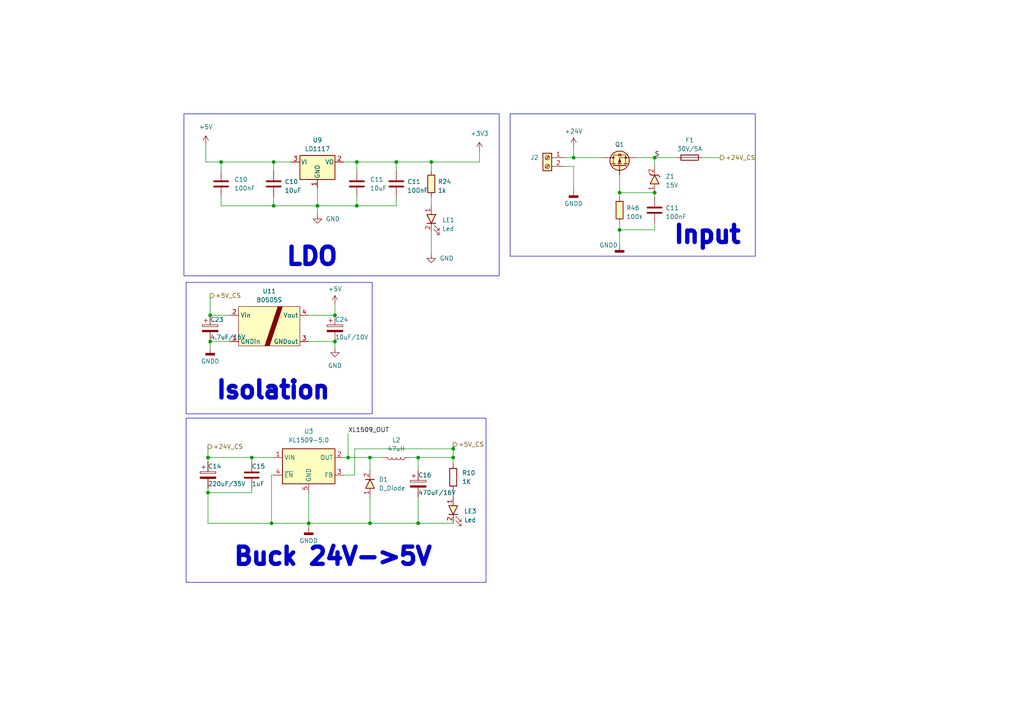
<source format=kicad_sch>
(kicad_sch (version 20230121) (generator eeschema)
  (paper "A4")
  (lib_symbols
    (symbol "Connector:Screw_Terminal_01x02" (pin_names (offset 1.016) hide)
      (property "Reference" "J" (at 0 2.54 0))
      (property "Value" "Screw_Terminal_01x02" (at 0 -5.08 0))
      (symbol "Screw_Terminal_01x02_1_1"
        (rectangle (start -1.27 1.27) (end 1.27 -3.81) (stroke (width 0.254)) (fill (type background)))
        (circle (center 0 -2.54) (radius 0.635) (stroke (width 0.1524)))
        (polyline (pts (xy -0.5334 -2.2098) (xy 0.3302 -3.048)) (stroke (width 0.1524)))
        (polyline (pts (xy -0.5334 0.3302) (xy 0.3302 -0.508)) (stroke (width 0.1524)))
        (polyline (pts (xy -0.3556 -2.032) (xy 0.508 -2.8702)) (stroke (width 0.1524)))
        (polyline (pts (xy -0.3556 0.508) (xy 0.508 -0.3302)) (stroke (width 0.1524)))
        (circle (center 0 0) (radius 0.635) (stroke (width 0.1524)))
        (pin passive line (at -5.08 0 0) (length 3.81) (name "Pin_1") (number "1"))
        (pin passive line (at -5.08 -2.54 0) (length 3.81) (name "Pin_2") (number "2"))
      )
    )
    (symbol "Device:C" (pin_numbers hide) (pin_names (offset 0.254))
      (property "Reference" "C" (at 0.635 2.54 0))
      (property "Value" "C" (at 0.635 -2.54 0))
      (symbol "C_0_1"
        (polyline (pts (xy -2.032 -0.762) (xy 2.032 -0.762)) (stroke (width 0.508)))
        (polyline (pts (xy -2.032 0.762) (xy 2.032 0.762)) (stroke (width 0.508)))
      )
      (symbol "C_1_1"
        (pin passive line (at 0 3.81 270) (length 2.794) (name "~") (number "1"))
        (pin passive line (at 0 -3.81 90) (length 2.794) (name "~") (number "2"))
      )
    )
    (symbol "Device:C_Polarized" (pin_numbers hide) (pin_names (offset 0.254))
      (property "Reference" "C" (at 0.635 2.54 0))
      (property "Value" "C_Polarized" (at 0.635 -2.54 0))
      (symbol "C_Polarized_0_1"
        (rectangle (start -2.286 0.508) (end 2.286 1.016))
        (polyline (pts (xy -1.778 2.286) (xy -0.762 2.286)))
        (polyline (pts (xy -1.27 2.794) (xy -1.27 1.778)))
        (rectangle (start 2.286 -0.508) (end -2.286 -1.016) (fill (type outline)))
      )
      (symbol "C_Polarized_1_1"
        (pin passive line (at 0 3.81 270) (length 2.794) (name "~") (number "1"))
        (pin passive line (at 0 -3.81 90) (length 2.794) (name "~") (number "2"))
      )
    )
    (symbol "Device:Fuse" (pin_numbers hide) (pin_names (offset 0))
      (property "Reference" "F" (at 2.032 0 90))
      (property "Value" "Fuse" (at -1.905 0 90))
      (symbol "Fuse_0_1"
        (rectangle (start -0.762 -2.54) (end 0.762 2.54) (stroke (width 0.254)))
        (polyline (pts (xy 0 2.54) (xy 0 -2.54)))
      )
      (symbol "Fuse_1_1"
        (pin passive line (at 0 3.81 270) (length 1.27) (name "~") (number "1"))
        (pin passive line (at 0 -3.81 90) (length 1.27) (name "~") (number "2"))
      )
    )
    (symbol "Device:L" (pin_numbers hide) (pin_names (offset 1.016) hide)
      (property "Reference" "L" (at -1.27 0 90))
      (property "Value" "L" (at 1.905 0 90))
      (symbol "L_0_1"
        (arc (start 0 -2.54) (mid 0.6323 -1.905) (end 0 -1.27))
        (arc (start 0 -1.27) (mid 0.6323 -0.635) (end 0 0))
        (arc (start 0 0) (mid 0.6323 0.635) (end 0 1.27))
        (arc (start 0 1.27) (mid 0.6323 1.905) (end 0 2.54))
      )
      (symbol "L_1_1"
        (pin passive line (at 0 3.81 270) (length 1.27) (name "1") (number "1"))
        (pin passive line (at 0 -3.81 90) (length 1.27) (name "2") (number "2"))
      )
    )
    (symbol "Device:R" (pin_numbers hide) (pin_names (offset 0))
      (property "Reference" "R" (at 2.032 0 90))
      (property "Value" "R" (at 0 0 90))
      (symbol "R_0_1"
        (rectangle (start -1.016 -2.54) (end 1.016 2.54) (stroke (width 0.254)))
      )
      (symbol "R_1_1"
        (pin passive line (at 0 3.81 270) (length 1.27) (name "~") (number "1"))
        (pin passive line (at 0 -3.81 90) (length 1.27) (name "~") (number "2"))
      )
    )
    (symbol "GND_2" (power) (pin_names (offset 0))
      (property "Value" "GND_2" (at 0 -3.81 0))
      (symbol "GND_2_0_1"
        (polyline (pts (xy 0 0) (xy 0 -1.27) (xy 1.27 -1.27) (xy 0 -2.54) (xy -1.27 -1.27) (xy 0 -1.27)))
      )
      (symbol "GND_2_1_1"
        (pin power_in line (at 0 0 270) (length 0) hide (name "GND") (number "1"))
      )
    )
    (symbol "IVS_SYMBOLS:B0505S"
      (property "Reference" "U" (at -10.16 7.62 0))
      (property "Value" "B0505S" (at 0 -7.62 0))
      (symbol "B0505S_0_1"
        (polyline (pts (xy -10.16 5.08) (xy -10.16 -6.35) (xy -2.54 -6.35) (xy 1.27 5.08) (xy -10.16 5.08)) (fill (type background)))
        (polyline (pts (xy 1.27 5.08) (xy 2.54 5.08) (xy -1.27 -6.35) (xy -2.54 -6.35) (xy 1.27 5.08)) (fill (type outline)))
        (polyline (pts (xy 2.54 5.08) (xy -1.27 -6.35) (xy 7.62 -6.35) (xy 7.62 5.08) (xy 2.54 5.08)) (fill (type background)))
      )
      (symbol "B0505S_1_1"
        (pin power_in line (at -12.7 -5.08 0) (length 2.54) (name "GNDin") (number "1"))
        (pin power_in line (at -12.7 2.54 0) (length 2.54) (name "Vin") (number "2"))
        (pin power_out line (at 10.16 -5.08 180) (length 2.54) (name "GNDout") (number "3"))
        (pin power_out line (at 10.16 2.54 180) (length 2.54) (name "Vout") (number "4"))
      )
    )
    (symbol "IVS_SYMBOLS:C" (pin_numbers hide) (pin_names (offset 0.254))
      (property "Reference" "C" (at 0.635 2.54 0))
      (property "Value" "C" (at 0.635 -2.54 0))
      (symbol "C_0_1"
        (polyline (pts (xy -2.032 -0.762) (xy 2.032 -0.762)) (stroke (width 0.508)))
        (polyline (pts (xy -2.032 0.762) (xy 2.032 0.762)) (stroke (width 0.508)))
      )
      (symbol "C_1_1"
        (pin passive line (at 0 3.81 270) (length 2.794) (name "~") (number "1"))
        (pin passive line (at 0 -3.81 90) (length 2.794) (name "~") (number "2"))
      )
    )
    (symbol "IVS_SYMBOLS:D_Diode"
      (property "Reference" "D" (at 0 2.54 0))
      (property "Value" "D_Diode" (at 0 -2.54 0))
      (symbol "D_Diode_0_1"
        (polyline (pts (xy 0 1.27) (xy 0 -1.27)) (stroke (width 0.254)))
        (polyline (pts (xy 2.54 1.27) (xy 2.54 -1.27) (xy 0 0) (xy 2.54 1.27)) (stroke (width 0.254)) (fill (type background)))
      )
      (symbol "D_Diode_1_1"
        (pin passive line (at 5.08 0 180) (length 2.54) (name "") (number "1"))
        (pin passive line (at -2.54 0 0) (length 2.54) (name "") (number "2"))
      )
    )
    (symbol "IVS_SYMBOLS:D_Zener"
      (property "Reference" "Z" (at 0 3.81 0))
      (property "Value" "D_Zener" (at 0 -3.302 0))
      (symbol "D_Zener_0_1"
        (polyline (pts (xy 0 -1.016) (xy -0.508 -1.524)) (stroke (width 0.254)))
        (polyline (pts (xy 0 1.016) (xy 0 -1.016)) (stroke (width 0.254)))
        (polyline (pts (xy 0 1.016) (xy 0.508 1.524)) (stroke (width 0.254)))
        (polyline (pts (xy 2.54 1.27) (xy 2.54 -1.27) (xy 0 0) (xy 2.54 1.27)) (stroke (width 0.254)) (fill (type background)))
      )
      (symbol "D_Zener_1_1"
        (pin passive line (at 5.08 0 180) (length 2.54) (name "") (number "1"))
        (pin passive line (at -2.54 0 0) (length 2.54) (name "") (number "2"))
      )
    )
    (symbol "IVS_SYMBOLS:LD1117" (pin_names (offset 0.254))
      (property "Reference" "U" (at -3.81 3.175 0))
      (property "Value" "LD1117" (at 0 3.175 0))
      (symbol "LD1117_0_1"
        (rectangle (start -5.08 -5.08) (end 5.08 1.905) (stroke (width 0.254)) (fill (type background)))
      )
      (symbol "LD1117_1_1"
        (pin power_in line (at 0 -7.62 90) (length 2.54) (name "GND") (number "1"))
        (pin power_out line (at 7.62 0 180) (length 2.54) (name "VO") (number "2"))
        (pin power_in line (at -7.62 0 0) (length 2.54) (name "VI") (number "3"))
      )
    )
    (symbol "IVS_SYMBOLS:Led"
      (property "Reference" "LE1" (at 0.9525 -3.175 90))
      (property "Value" "Led" (at -1.5875 -3.175 90))
      (symbol "Led_0_1"
        (polyline (pts (xy 0 -1.27) (xy 0 1.27)) (stroke (width 0.254)))
        (polyline (pts (xy 2.54 -1.27) (xy 2.54 1.27) (xy 0 0) (xy 2.54 -1.27)) (stroke (width 0.254)) (fill (type background)))
        (polyline (pts (xy -1.778 -0.762) (xy -3.302 -2.286) (xy -2.54 -2.286) (xy -3.302 -2.286) (xy -3.302 -1.524)))
        (polyline (pts (xy -0.508 -0.762) (xy -2.032 -2.286) (xy -1.27 -2.286) (xy -2.032 -2.286) (xy -2.032 -1.524)))
      )
      (symbol "Led_1_1"
        (pin passive line (at 5.08 0 180) (length 2.54) (name "") (number "1"))
        (pin passive line (at -2.54 0 0) (length 2.54) (name "") (number "2"))
      )
    )
    (symbol "IVS_SYMBOLS:P_Mosfet_1G2D3S" (pin_numbers hide) (pin_names hide)
      (property "Reference" "Q" (at 2.794 1.2192 0))
      (symbol "P_Mosfet_1G2D3S_0_1"
        (circle (center -0.889 0) (radius 2.794) (stroke (width 0.254)) (fill (type background)))
        (circle (center 0 -1.778) (radius 0.254) (fill (type outline)))
        (polyline (pts (xy -2.286 0) (xy -5.08 0)))
        (polyline (pts (xy -2.286 1.905) (xy -2.286 -1.905)) (stroke (width 0.254)))
        (polyline (pts (xy -1.778 -1.27) (xy -1.778 -2.286)) (stroke (width 0.254)))
        (polyline (pts (xy -1.778 0.508) (xy -1.778 -0.508)) (stroke (width 0.254)))
        (polyline (pts (xy -1.778 2.286) (xy -1.778 1.27)) (stroke (width 0.254)))
        (polyline (pts (xy 0 2.54) (xy 0 1.778)))
        (polyline (pts (xy 0 -2.54) (xy 0 0) (xy -1.778 0)))
        (polyline (pts (xy -1.778 -1.778) (xy 0.762 -1.778) (xy 0.762 1.778) (xy -1.778 1.778)))
        (polyline (pts (xy -0.3048 0) (xy -1.3208 -0.381) (xy -1.3208 0.381) (xy -0.3048 0)) (fill (type outline)))
        (polyline (pts (xy 0.254 -0.508) (xy 0.381 -0.381) (xy 1.143 -0.381) (xy 1.27 -0.254)))
        (polyline (pts (xy 0.762 -0.381) (xy 0.381 0.254) (xy 1.143 0.254) (xy 0.762 -0.381)))
        (circle (center 0 1.778) (radius 0.254) (fill (type outline)))
      )
      (symbol "P_Mosfet_1G2D3S_1_1"
        (pin input line (at -5.08 0 0) (length 2.54) (name "G") (number "1"))
        (pin passive line (at 0 5.08 270) (length 2.54) (name "D") (number "2"))
        (pin passive line (at 0 -5.08 90) (length 2.54) (name "S") (number "3"))
      )
    )
    (symbol "IVS_SYMBOLS:R" (pin_numbers hide) (pin_names (offset 0))
      (property "Reference" "R" (at 2.032 0 90))
      (property "Value" "R" (at 0 0 90))
      (symbol "R_1_1"
        (rectangle (start -1.016 2.54) (end 1.016 -2.54) (stroke (width 0.254)) (fill (type background)))
        (pin passive line (at 0 3.81 270) (length 1.27) (name "~") (number "1"))
        (pin passive line (at 0 -3.81 90) (length 1.27) (name "~") (number "2"))
      )
    )
    (symbol "Regulator_Switching:XL1509-5.0"
      (property "Reference" "U" (at -7.112 6.096 0))
      (property "Value" "XL1509-5.0" (at 5.842 6.096 0))
      (symbol "XL1509-5.0_0_1"
        (rectangle (start -7.62 5.08) (end 7.62 -5.08) (stroke (width 0.254)) (fill (type background)))
      )
      (symbol "XL1509-5.0_1_1"
        (pin power_in line (at -10.16 2.54 0) (length 2.54) (name "VIN") (number "1"))
        (pin power_out line (at 10.16 2.54 180) (length 2.54) (name "OUT") (number "2"))
        (pin input line (at 10.16 -2.54 180) (length 2.54) (name "FB") (number "3"))
        (pin input line (at -10.16 -2.54 0) (length 2.54) (name "~{EN}") (number "4"))
        (pin power_in line (at 0 -7.62 90) (length 2.54) (name "GND") (number "5"))
        (pin passive line (at 0 -7.62 90) (length 2.54) hide (name "GND") (number "6"))
        (pin passive line (at 0 -7.62 90) (length 2.54) hide (name "GND") (number "7"))
        (pin passive line (at 0 -7.62 90) (length 2.54) hide (name "GND") (number "8"))
      )
    )
    (symbol "power:+24V" (power) (pin_names (offset 0))
      (property "Value" "+24V" (at 0 3.556 0))
      (symbol "+24V_0_1"
        (polyline (pts (xy -0.762 1.27) (xy 0 2.54)))
        (polyline (pts (xy 0 0) (xy 0 2.54)))
        (polyline (pts (xy 0 2.54) (xy 0.762 1.27)))
      )
      (symbol "+24V_1_1"
        (pin power_in line (at 0 0 90) (length 0) hide (name "+24V") (number "1"))
      )
    )
    (symbol "power:+3V3" (power) (pin_names (offset 0))
      (property "Value" "+3V3" (at 0 3.556 0))
      (symbol "+3V3_0_1"
        (polyline (pts (xy -0.762 1.27) (xy 0 2.54)))
        (polyline (pts (xy 0 0) (xy 0 2.54)))
        (polyline (pts (xy 0 2.54) (xy 0.762 1.27)))
      )
      (symbol "+3V3_1_1"
        (pin power_in line (at 0 0 90) (length 0) hide (name "+3V3") (number "1"))
      )
    )
    (symbol "power:+5V" (power) (pin_names (offset 0))
      (property "Value" "+5V" (at 0 3.556 0))
      (symbol "+5V_0_1"
        (polyline (pts (xy -0.762 1.27) (xy 0 2.54)))
        (polyline (pts (xy 0 0) (xy 0 2.54)))
        (polyline (pts (xy 0 2.54) (xy 0.762 1.27)))
      )
      (symbol "+5V_1_1"
        (pin power_in line (at 0 0 90) (length 0) hide (name "+5V") (number "1"))
      )
    )
    (symbol "power:GND" (power) (pin_names (offset 0))
      (property "Value" "GND" (at 0 -3.81 0))
      (symbol "GND_0_1"
        (polyline (pts (xy 0 0) (xy 0 -1.27) (xy 1.27 -1.27) (xy 0 -2.54) (xy -1.27 -1.27) (xy 0 -1.27)))
      )
      (symbol "GND_1_1"
        (pin power_in line (at 0 0 270) (length 0) hide (name "GND") (number "1"))
      )
    )
    (symbol "power:GNDD" (power) (pin_names (offset 0))
      (property "Value" "GNDD" (at 0 -3.175 0))
      (symbol "GNDD_0_1"
        (rectangle (start -1.27 -1.524) (end 1.27 -2.032) (stroke (width 0.254)) (fill (type outline)))
        (polyline (pts (xy 0 0) (xy 0 -1.524)))
      )
      (symbol "GNDD_1_1"
        (pin power_in line (at 0 0 270) (length 0) hide (name "GNDD") (number "1"))
      )
    )
  )
  (junction (at 78.74 151.765))
  (junction (at 79.375 46.99))
  (junction (at 92.075 59.69))
  (junction (at 100.965 132.715))
  (junction (at 60.96 91.44))
  (junction (at 166.37 45.72))
  (junction (at 107.315 151.765))
  (junction (at 189.865 55.88))
  (junction (at 107.315 132.715))
  (junction (at 79.375 59.69))
  (junction (at 103.505 59.69))
  (junction (at 103.505 46.99))
  (junction (at 97.155 99.06))
  (junction (at 189.865 45.72))
  (junction (at 131.445 130.175))
  (junction (at 121.285 132.715))
  (junction (at 60.96 99.06))
  (junction (at 89.535 151.765))
  (junction (at 73.025 132.715))
  (junction (at 179.705 66.675))
  (junction (at 64.135 46.99))
  (junction (at 125.095 46.99))
  (junction (at 121.285 151.765))
  (junction (at 60.325 142.875))
  (junction (at 179.705 55.88))
  (junction (at 60.325 132.715))
  (junction (at 114.935 46.99))
  (junction (at 131.445 132.715))
  (junction (at 97.155 91.44))
  (wire (pts (xy 64.135 59.69) (xy 79.375 59.69)))
  (wire (pts (xy 179.705 66.675) (xy 179.705 71.12)))
  (wire (pts (xy 66.675 91.44) (xy 60.96 91.44)))
  (wire (pts (xy 118.745 132.715) (xy 121.285 132.715)))
  (wire (pts (xy 125.095 46.99) (xy 125.095 49.53)))
  (wire (pts (xy 64.135 57.15) (xy 64.135 59.69)))
  (wire (pts (xy 92.075 59.69) (xy 92.075 54.61)))
  (wire (pts (xy 73.025 132.715) (xy 60.325 132.715)))
  (wire (pts (xy 59.69 41.91) (xy 59.69 46.99)))
  (wire (pts (xy 189.865 66.675) (xy 179.705 66.675)))
  (wire (pts (xy 114.935 46.99) (xy 125.095 46.99)))
  (wire (pts (xy 79.375 137.795) (xy 78.74 137.795)))
  (wire (pts (xy 189.865 45.72) (xy 196.215 45.72)))
  (wire (pts (xy 66.675 99.06) (xy 60.96 99.06)))
  (wire (pts (xy 92.075 59.69) (xy 103.505 59.69)))
  (wire (pts (xy 103.505 57.15) (xy 103.505 59.69)))
  (wire (pts (xy 60.325 132.715) (xy 60.325 133.985)))
  (wire (pts (xy 203.835 45.72) (xy 208.915 45.72)))
  (wire (pts (xy 166.37 42.545) (xy 166.37 45.72)))
  (wire (pts (xy 131.445 142.24) (xy 131.445 144.145)))
  (wire (pts (xy 100.965 125.73) (xy 100.965 132.715)))
  (wire (pts (xy 121.285 151.765) (xy 107.315 151.765)))
  (wire (pts (xy 139.065 43.815) (xy 139.065 46.99)))
  (wire (pts (xy 60.325 142.875) (xy 60.325 141.605)))
  (wire (pts (xy 79.375 57.15) (xy 79.375 59.69)))
  (wire (pts (xy 121.285 151.765) (xy 131.445 151.765)))
  (wire (pts (xy 60.96 91.44) (xy 60.96 85.725)))
  (wire (pts (xy 78.74 137.795) (xy 78.74 151.765)))
  (wire (pts (xy 89.535 151.765) (xy 89.535 153.035)))
  (wire (pts (xy 121.285 132.715) (xy 121.285 136.525)))
  (wire (pts (xy 166.37 45.72) (xy 174.625 45.72)))
  (wire (pts (xy 114.935 59.69) (xy 103.505 59.69)))
  (wire (pts (xy 100.965 132.715) (xy 107.315 132.715)))
  (wire (pts (xy 92.075 59.69) (xy 92.075 62.23)))
  (wire (pts (xy 114.935 46.99) (xy 114.935 49.53)))
  (wire (pts (xy 79.375 59.69) (xy 92.075 59.69)))
  (wire (pts (xy 73.025 141.605) (xy 73.025 142.875)))
  (wire (pts (xy 121.285 132.715) (xy 131.445 132.715)))
  (wire (pts (xy 166.37 48.26) (xy 166.37 55.245)))
  (wire (pts (xy 131.445 128.905) (xy 131.445 130.175)))
  (wire (pts (xy 163.83 45.72) (xy 166.37 45.72)))
  (wire (pts (xy 79.375 46.99) (xy 79.375 49.53)))
  (wire (pts (xy 78.74 151.765) (xy 60.325 151.765)))
  (wire (pts (xy 64.135 46.99) (xy 59.69 46.99)))
  (wire (pts (xy 89.535 142.875) (xy 89.535 151.765)))
  (wire (pts (xy 189.865 55.88) (xy 189.865 57.15)))
  (wire (pts (xy 73.025 132.715) (xy 73.025 133.985)))
  (wire (pts (xy 125.095 73.66) (xy 125.095 67.31)))
  (wire (pts (xy 102.87 130.175) (xy 131.445 130.175)))
  (wire (pts (xy 131.445 134.62) (xy 131.445 132.715)))
  (wire (pts (xy 99.695 137.795) (xy 102.87 137.795)))
  (wire (pts (xy 79.375 132.715) (xy 73.025 132.715)))
  (wire (pts (xy 184.785 45.72) (xy 189.865 45.72)))
  (wire (pts (xy 73.025 142.875) (xy 60.325 142.875)))
  (wire (pts (xy 99.695 46.99) (xy 103.505 46.99)))
  (wire (pts (xy 107.315 151.765) (xy 89.535 151.765)))
  (wire (pts (xy 179.705 50.8) (xy 179.705 55.88)))
  (wire (pts (xy 60.325 151.765) (xy 60.325 142.875)))
  (wire (pts (xy 163.83 48.26) (xy 166.37 48.26)))
  (wire (pts (xy 111.125 132.715) (xy 107.315 132.715)))
  (wire (pts (xy 89.535 91.44) (xy 97.155 91.44)))
  (wire (pts (xy 189.865 45.72) (xy 189.865 48.26)))
  (wire (pts (xy 125.095 57.15) (xy 125.095 59.69)))
  (wire (pts (xy 179.705 64.77) (xy 179.705 66.675)))
  (wire (pts (xy 179.705 55.88) (xy 189.865 55.88)))
  (wire (pts (xy 102.87 137.795) (xy 102.87 130.175)))
  (wire (pts (xy 99.695 132.715) (xy 100.965 132.715)))
  (wire (pts (xy 64.135 46.99) (xy 64.135 49.53)))
  (wire (pts (xy 121.285 144.145) (xy 121.285 151.765)))
  (wire (pts (xy 107.315 132.715) (xy 107.315 136.525)))
  (wire (pts (xy 64.135 46.99) (xy 79.375 46.99)))
  (wire (pts (xy 97.155 91.44) (xy 97.155 88.265)))
  (wire (pts (xy 60.325 129.54) (xy 60.325 132.715)))
  (wire (pts (xy 79.375 46.99) (xy 84.455 46.99)))
  (wire (pts (xy 89.535 99.06) (xy 97.155 99.06)))
  (wire (pts (xy 97.155 99.06) (xy 97.155 100.965)))
  (wire (pts (xy 107.315 144.145) (xy 107.315 151.765)))
  (wire (pts (xy 60.96 99.06) (xy 60.96 100.965)))
  (wire (pts (xy 189.865 64.77) (xy 189.865 66.675)))
  (wire (pts (xy 125.095 46.99) (xy 139.065 46.99)))
  (wire (pts (xy 89.535 151.765) (xy 78.74 151.765)))
  (wire (pts (xy 179.705 55.88) (xy 179.705 57.15)))
  (wire (pts (xy 103.505 49.53) (xy 103.505 46.99)))
  (wire (pts (xy 131.445 130.175) (xy 131.445 132.715)))
  (wire (pts (xy 103.505 46.99) (xy 114.935 46.99)))
  (wire (pts (xy 114.935 57.15) (xy 114.935 59.69)))
  (rectangle (start 53.975 121.285) (end 140.97 168.91))
  (rectangle (start 53.975 81.915) (end 107.95 120.015))
  (rectangle (start 147.955 33.02) (end 219.075 74.295))
  (rectangle (start 53.34 33.02) (end 144.78 80.01))
  (text "LDO" (at 82.55 77.47 0) (effects (font (size 5 5) (thickness 2) bold) (justify left bottom)))
  (text "Buck 24V->5V\n" (at 67.31 164.465 0) (effects (font (size 5 5) (thickness 2) bold) (justify left bottom)))
  (text "Isolation" (at 62.23 116.205 0) (effects (font (size 5 5) (thickness 2) bold) (justify left bottom)))
  (text "Input\n" (at 194.945 71.12 0) (effects (font (size 5 5) (thickness 2) bold) (justify left bottom)))
  (label "S" (at 189.865 45.72 0))
  (label "XL1509_OUT" (at 100.965 125.73 0))
  (hierarchical_label "+5V_CS" (shape output) (at 60.96 85.725 0))
  (hierarchical_label "+5V_CS" (shape output) (at 131.445 128.905 0))
  (hierarchical_label "+24V_CS" (shape output) (at 208.915 45.72 0))
  (hierarchical_label "+24V_CS" (shape output) (at 60.325 129.54 0))
  (symbol (lib_id "power:GND") (at 92.075 62.23 0) (unit 1)
    (property "Reference" "#PWR032" (effects hide))
    (property "Value" "GND" (at 96.52 63.5 0))
    (instances (project "dongtam" (path "" (reference "#PWR032") (unit 1))) (project "STM32F103C8T6" (path "" (reference "#PWR032") (unit 1))) (project "DriverMotor" (path "" (reference "#PWR029") (unit 1)) (path "" (reference "#PWR028") (unit 1)) (path "" (reference "#PWR030") (unit 1))))
  )
  (symbol (lib_id "IVS_SYMBOLS:P_Mosfet_1G2D3S") (at 179.705 45.72 90) (unit 1)
    (property "Reference" "Q1" (at 179.705 41.91 90))
    (property "Value" "P_Mosfet" (effects hide))
    (property "Footprint" "Package_TO_SOT_SMD:TO-252-2" (effects hide))
    (property "Datasheet" "https://www.onsemi.com/pub/Collateral/BSS138-D.PDF" (effects hide))
  )
  (symbol (lib_id "power:+5V") (at 97.155 88.265 0) (unit 1)
    (property "Reference" "#PWR045" (effects hide))
    (property "Value" "+5V" (at 97.155 83.82 0))
    (instances (project "DriverMotor" (path "" (reference "#PWR045") (unit 1)) (path "" (reference "#PWR028") (unit 1))))
  )
  (symbol (lib_id "IVS_SYMBOLS:Led") (at 131.445 149.225 90) (unit 1)
    (property "Reference" "LE3" (at 134.62 148.2725 90) (effects (justify right)))
    (property "Value" "Led" (at 134.62 150.8125 90) (effects (justify right)))
    (property "Footprint" "IVS_FOOTPRINTS:LED_0603" (effects hide))
  )
  (symbol (lib_id "IVS_SYMBOLS:C") (at 64.135 53.34 0) (unit 1)
    (property "Reference" "C10" (at 67.945 52.07 0) (effects (justify left)))
    (property "Value" "100nF" (at 67.945 54.61 0) (effects (justify left)))
    (property "Footprint" "IVS_FOOTPRINTS:C_0603" (effects hide))
  )
  (symbol (lib_id "IVS_SYMBOLS:C") (at 114.935 53.34 0) (unit 1)
    (property "Reference" "C11" (at 118.11 52.705 0) (effects (justify left)))
    (property "Value" "100nF" (at 118.11 55.245 0) (effects (justify left)))
    (property "Footprint" "IVS_FOOTPRINTS:C_0603" (effects hide))
    (instances (project "DriverMotor" (path "" (reference "C11") (unit 1)) (path "" (reference "C26") (unit 1)) (path "" (reference "C25") (unit 1))))
  )
  (symbol (lib_name "GND_2") (lib_id "power:GND") (at 97.155 100.965 0) (unit 1)
    (property "Reference" "#PWR046" (effects hide))
    (property "Value" "GND" (at 97.155 106.045 0))
    (instances (project "DriverMotor" (path "" (reference "#PWR046") (unit 1)) (path "" (reference "#PWR029") (unit 1))))
  )
  (symbol (lib_id "Device:L") (at 114.935 132.715 270) (unit 1)
    (property "Reference" "L2" (at 114.935 127.635 90))
    (property "Value" "47uH" (at 114.935 130.175 90))
    (property "Footprint" "Inductor_SMD:L_7.3x7.3_H4.5" (effects hide))
  )
  (symbol (lib_id "power:GNDD") (at 179.705 71.12 0) (unit 1)
    (property "Reference" "#PWR047" (effects hide))
    (property "Value" "GNDD" (at 176.53 71.12 0))
    (instances (project "DriverMotor" (path "" (reference "#PWR047") (unit 1)) (path "" (reference "#PWR035") (unit 1))))
  )
  (symbol (lib_id "IVS_SYMBOLS:C") (at 79.375 53.34 0) (unit 1)
    (property "Reference" "C10" (at 82.55 52.705 0) (effects (justify left)))
    (property "Value" "10uF" (at 82.55 55.245 0) (effects (justify left)))
    (property "Footprint" "IVS_FOOTPRINTS:C_0603" (effects hide))
    (instances (project "DriverMotor" (path "" (reference "C10") (unit 1)) (path "" (reference "C25") (unit 1)) (path "" (reference "C17") (unit 1))))
  )
  (symbol (lib_id "IVS_SYMBOLS:R") (at 125.095 53.34 0) (unit 1)
    (property "Reference" "R24" (at 127 52.705 0) (effects (justify left)))
    (property "Value" "1k" (at 127 55.245 0) (effects (justify left)))
    (property "Footprint" "IVS_FOOTPRINTS:R_0603" (effects hide))
    (instances (project "DriverMotor" (path "" (reference "R24") (unit 1)) (path "" (reference "R24") (unit 1)) (path "" (reference "R8") (unit 1))))
  )
  (symbol (lib_id "IVS_SYMBOLS:B0505S") (at 79.375 93.98 0) (unit 1)
    (property "Reference" "U11" (at 78.105 84.455 0))
    (property "Value" "B0505S" (at 78.105 86.995 0))
    (property "Footprint" "IVS_FOOTPRINTS:PowerSupply-DCDC-Isolate-2W-BxxxxS" (effects hide))
    (instances (project "DriverMotor" (path "" (reference "U11") (unit 1)) (path "" (reference "U9") (unit 1))))
  )
  (symbol (lib_id "Device:C_Polarized") (at 60.325 137.795 0) (unit 1)
    (property "Reference" "C14" (at 60.325 135.255 0) (effects (justify left)))
    (property "Value" "220uF/35V" (at 60.325 140.335 0) (effects (justify left)))
    (property "Footprint" "IVS_FOOTPRINTS:CP-Alu-SMD-8x10.5mm" (effects hide))
  )
  (symbol (lib_id "Device:C_Polarized") (at 121.285 140.335 0) (unit 1)
    (property "Reference" "C16" (at 121.285 137.795 0) (effects (justify left)))
    (property "Value" "470uF/16V" (at 121.285 142.875 0) (effects (justify left)))
    (property "Footprint" "IVS_FOOTPRINTS:CP-Alu-SMD-8x10.5mm" (effects hide))
  )
  (symbol (lib_id "IVS_SYMBOLS:Led") (at 125.095 64.77 90) (unit 1)
    (property "Reference" "LE1" (at 128.27 63.8175 90) (effects (justify right)))
    (property "Value" "Led" (at 128.27 66.3575 90) (effects (justify right)))
    (property "Footprint" "IVS_FOOTPRINTS:LED_0603" (effects hide))
  )
  (symbol (lib_id "IVS_SYMBOLS:R") (at 179.705 60.96 0) (unit 1)
    (property "Reference" "R46" (at 181.61 60.325 0) (effects (justify left)))
    (property "Value" "100k" (at 181.61 62.865 0) (effects (justify left)))
    (property "Footprint" "IVS_FOOTPRINTS:R_0603" (effects hide))
  )
  (symbol (lib_id "Device:C_Polarized") (at 60.96 95.25 0) (unit 1)
    (property "Reference" "C23" (at 60.96 92.71 0) (effects (justify left)))
    (property "Value" "4.7uF/16V" (at 60.96 97.79 0) (effects (justify left)))
    (property "Footprint" "IVS_FOOTPRINTS:C_1206" (effects hide))
    (instances (project "DriverMotor" (path "" (reference "C23") (unit 1)) (path "" (reference "C11") (unit 1))))
  )
  (symbol (lib_id "Device:C_Polarized") (at 97.155 95.25 0) (unit 1)
    (property "Reference" "C24" (at 97.155 92.71 0) (effects (justify left)))
    (property "Value" "10uF/10V" (at 97.155 97.79 0) (effects (justify left)))
    (property "Footprint" "IVS_FOOTPRINTS:C_1206" (effects hide))
  )
  (symbol (lib_id "power:+5V") (at 59.69 41.91 0) (unit 1)
    (property "Reference" "#PWR028" (effects hide))
    (property "Value" "+5V" (at 59.69 36.83 0))
    (instances (project "DriverMotor" (path "" (reference "#PWR028") (unit 1)) (path "" (reference "#PWR029") (unit 1)) (path "" (reference "#PWR019") (unit 1))))
  )
  (symbol (lib_id "power:GNDD") (at 89.535 153.035 0) (unit 1)
    (property "Reference" "#PWR047" (effects hide))
    (property "Value" "GNDD" (at 89.535 156.845 0))
    (instances (project "DriverMotor" (path "" (reference "#PWR047") (unit 1)) (path "" (reference "#PWR055") (unit 1))))
  )
  (symbol (lib_id "power:+24V") (at 166.37 42.545 0) (unit 1)
    (property "Reference" "#PWR035" (effects hide))
    (property "Value" "+24V" (at 166.37 38.1 0))
    (instances (project "DriverMotor" (path "" (reference "#PWR035") (unit 1)) (path "" (reference "#PWR017") (unit 1))))
  )
  (symbol (lib_id "power:GND") (at 125.095 73.66 0) (unit 1)
    (property "Reference" "#PWR032" (effects hide))
    (property "Value" "GND" (at 129.54 74.93 0))
    (instances (project "dongtam" (path "" (reference "#PWR032") (unit 1))) (project "STM32F103C8T6" (path "" (reference "#PWR032") (unit 1))) (project "DriverMotor" (path "" (reference "#PWR031") (unit 1)) (path "" (reference "#PWR028") (unit 1)) (path "" (reference "#PWR045") (unit 1))))
  )
  (symbol (lib_id "IVS_SYMBOLS:C") (at 103.505 53.34 0) (unit 1)
    (property "Reference" "C11" (at 107.315 52.07 0) (effects (justify left)))
    (property "Value" "10uF" (at 107.315 54.61 0) (effects (justify left)))
    (property "Footprint" "IVS_FOOTPRINTS:C_0603" (effects hide))
    (instances (project "DriverMotor" (path "" (reference "C11") (unit 1)) (path "" (reference "C11") (unit 1)) (path "" (reference "C23") (unit 1))))
  )
  (symbol (lib_id "IVS_SYMBOLS:D_Diode") (at 107.315 139.065 270) (unit 1)
    (property "Reference" "D1" (at 109.855 139.065 90) (effects (justify left)))
    (property "Value" "D_Diode" (at 109.855 141.605 90) (effects (justify left)))
    (property "Footprint" "IVS_FOOTPRINTS:Package-Diode-D_SMA" (effects hide))
  )
  (symbol (lib_id "IVS_SYMBOLS:C") (at 189.865 60.96 0) (unit 1)
    (property "Reference" "C11" (at 193.04 60.325 0) (effects (justify left)))
    (property "Value" "100nF" (at 193.04 62.865 0) (effects (justify left)))
    (property "Footprint" "IVS_FOOTPRINTS:C_0603" (effects hide))
    (instances (project "DriverMotor" (path "" (reference "C11") (unit 1)) (path "" (reference "C26") (unit 1)) (path "" (reference "C30") (unit 1))))
  )
  (symbol (lib_id "power:+3V3") (at 139.065 43.815 0) (unit 1)
    (property "Reference" "#PWR026" (effects hide))
    (property "Value" "+3V3" (at 139.065 38.735 0))
    (instances (project "dongtam" (path "" (reference "#PWR026") (unit 1))) (project "STM32F103C8T6" (path "" (reference "#PWR026") (unit 1))) (project "DriverMotor" (path "" (reference "#PWR030") (unit 1)) (path "" (reference "#PWR030") (unit 1)) (path "" (reference "#PWR046") (unit 1))))
  )
  (symbol (lib_id "power:GNDD") (at 60.96 100.965 0) (unit 1)
    (property "Reference" "#PWR047" (effects hide))
    (property "Value" "GNDD" (at 60.96 104.775 0))
    (instances (project "DriverMotor" (path "" (reference "#PWR047") (unit 1)) (path "" (reference "#PWR031") (unit 1))))
  )
  (symbol (lib_id "IVS_SYMBOLS:D_Zener") (at 189.865 50.8 270) (unit 1)
    (property "Reference" "Z1" (at 193.04 51.181 90) (effects (justify left)))
    (property "Value" "15V" (at 193.04 53.721 90) (effects (justify left)))
    (property "Footprint" "IVS_FOOTPRINTS:Package-Diode-D_MiniMELF" (effects hide))
  )
  (symbol (lib_id "Device:Fuse") (at 200.025 45.72 90) (unit 1)
    (property "Reference" "F1" (at 200.025 40.64 90))
    (property "Value" "30V/5A" (at 200.025 43.18 90))
    (property "Footprint" "Fuse:Fuse_Bourns_MF-RHT1000" (effects hide))
  )
  (symbol (lib_id "IVS_SYMBOLS:LD1117") (at 92.075 46.99 0) (unit 1)
    (property "Reference" "U9" (at 92.075 40.64 0))
    (property "Value" "LD1117" (at 92.075 43.18 0))
    (property "Footprint" "IVS_FOOTPRINTS:SOT233" (effects hide))
    (property "Datasheet" "https://www.rhydolabz.com/documents/LD1117.pdf" (effects hide))
    (instances (project "DriverMotor" (path "" (reference "U9") (unit 1)) (path "" (reference "U9") (unit 1)) (path "" (reference "U11") (unit 1))))
  )
  (symbol (lib_id "Regulator_Switching:XL1509-5.0") (at 89.535 135.255 0) (unit 1)
    (property "Reference" "U3" (at 89.535 125.095 0))
    (property "Value" "XL1509-5.0" (at 89.535 127.635 0))
    (property "Footprint" "Package_SO:SOIC-8_3.9x4.9mm_P1.27mm" (effects hide))
    (property "Datasheet" "https://datasheet.lcsc.com/lcsc/1809050422_XLSEMI-XL1509-5-0E1_C61063.pdf" (effects hide))
  )
  (symbol (lib_id "Device:C") (at 73.025 137.795 0) (unit 1)
    (property "Reference" "C15" (at 73.025 135.255 0) (effects (justify left)))
    (property "Value" "1uF" (at 73.025 140.335 0) (effects (justify left)))
    (property "Footprint" "IVS_FOOTPRINTS:C_1206" (effects hide))
  )
  (symbol (lib_id "power:GNDD") (at 166.37 55.245 0) (unit 1)
    (property "Reference" "#PWR047" (effects hide))
    (property "Value" "GNDD" (at 166.37 59.055 0))
    (instances (project "DriverMotor" (path "" (reference "#PWR047") (unit 1)) (path "" (reference "#PWR063") (unit 1))))
  )
  (symbol (lib_id "Device:R") (at 131.445 138.43 0) (unit 1)
    (property "Reference" "R10" (at 133.985 137.16 0) (effects (justify left)))
    (property "Value" "1K" (at 133.985 139.7 0) (effects (justify left)))
    (property "Footprint" "IVS_FOOTPRINTS:R_0603" (effects hide))
    (instances (project "DriverMotor" (path "" (reference "R10") (unit 1)) (path "" (reference "R9") (unit 1))))
  )
  (symbol (lib_id "Connector:Screw_Terminal_01x02") (at 158.75 45.72 0) (mirror y) (unit 1)
    (property "Reference" "J2" (at 156.21 45.72 0) (effects (justify left)))
    (property "Value" "Screw_Terminal_01x02" (effects hide))
    (property "Footprint" "IVS_FOOTPRINTS:Conn-Vert-THT-2P-7.20mm-XT60_F" (effects hide))
  )
)
</source>
